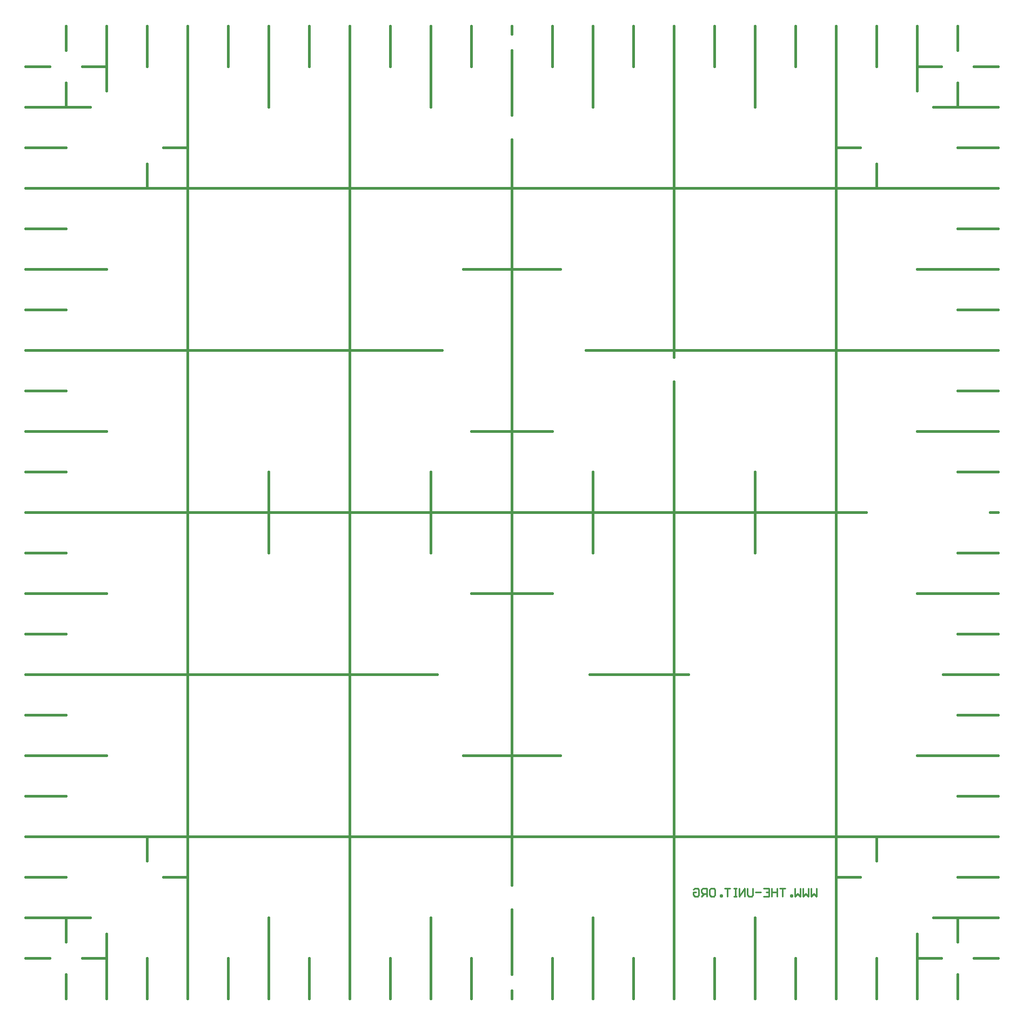
<source format=gbr>
%TF.GenerationSoftware,Altium Limited,Altium Designer,24.0.1 (36)*%
G04 Layer_Color=32896*
%FSLAX45Y45*%
%MOMM*%
%TF.SameCoordinates,866D2BB3-0181-4888-B1A9-34DB4857F756*%
%TF.FilePolarity,Positive*%
%TF.FileFunction,Legend,Bot*%
%TF.Part,Single*%
G01*
G75*
%TA.AperFunction,NonConductor*%
%ADD21C,0.38100*%
%ADD24C,0.25400*%
D21*
X-6985000Y-6731000D02*
Y-6350000D01*
X-6731000Y-6985000D02*
X-6350000D01*
X-7620000D02*
X-7239000D01*
X-6985000Y-7620000D02*
Y-7239000D01*
X-6350000Y-7620000D02*
Y-6604000D01*
X-7620000Y-6350000D02*
X-6604000D01*
X-5715000Y-7620000D02*
Y-6985000D01*
X-5080000Y-7620000D02*
Y-5080000D01*
X-7620000D02*
X-5080000D01*
X-2540000Y-2540000D02*
X-2540000Y-7620000D01*
X0D02*
Y-7493000D01*
X2540000Y-2540000D02*
X2540000Y-7620000D01*
X5080000D02*
Y-5080000D01*
X0Y-7239000D02*
Y-6223000D01*
Y-5842000D02*
Y-5080000D01*
X-5080000D02*
X7620000D01*
X-3810000Y-7620000D02*
Y-6350000D01*
X-1270000Y-7620000D02*
Y-6350000D01*
X1270000Y-7620000D02*
Y-6350000D01*
X3810000Y-7620000D02*
Y-6350000D01*
X6350000Y-7620000D02*
Y-6604000D01*
X6604000Y-6350000D02*
X7620000D01*
X-4445000Y-7620000D02*
Y-6985000D01*
X-3175000Y-7620000D02*
Y-6985000D01*
X-1905000Y-7620000D02*
Y-6985000D01*
X-635000Y-7620000D02*
Y-6985000D01*
X635000Y-7620000D02*
Y-6985000D01*
X1905000Y-7620000D02*
Y-6985000D01*
X3175000Y-7620000D02*
Y-6985000D01*
X4445000Y-7620000D02*
Y-6985000D01*
X5715000Y-7620000D02*
Y-6985000D01*
X6985000Y-7620000D02*
Y-7239000D01*
X7239000Y-6985000D02*
X7620000D01*
X-6985000Y-7620000D02*
Y-7239000D01*
X-7620000Y-6985000D02*
X-7239000D01*
X-7620000Y-5715000D02*
X-6985000D01*
X-7620000Y-4445000D02*
X-6985000D01*
X-7620000Y-3175000D02*
X-6985000D01*
X-7620000Y-1905000D02*
X-6985000D01*
X-7620000Y-635000D02*
X-6985000D01*
X-7620000Y635000D02*
X-6985000D01*
X-7620000Y1905000D02*
X-6985000D01*
X-7620000Y3175000D02*
X-6985000D01*
X-7620000Y4445000D02*
X-6985000D01*
X-6350000Y-7620000D02*
Y-6604000D01*
X-7620000Y-6350000D02*
X-6604000D01*
X-7620000Y-3810000D02*
X-6350000D01*
X-7620000Y-1270000D02*
X-6350000D01*
X-7620000Y1270000D02*
X-6350000D01*
X-7620000Y3810000D02*
X-6350000D01*
X-5080000Y-7620000D02*
Y5080000D01*
X-5842000Y0D02*
X-5080000D01*
X-7493000Y-0D02*
X-5842000Y0D01*
X-7620000Y-5080000D02*
X-5080000D01*
X-7620000Y-2540000D02*
X-1168400D01*
X-7620000Y0D02*
X-7493000D01*
X-7620000Y2540000D02*
X-2501900D01*
X-5080000Y5080000D02*
Y7620000D01*
X-7620000Y5080000D02*
X-5080000D01*
X-7620000Y5715000D02*
X-6985000D01*
X-6350000Y6604000D02*
Y7620000D01*
X-7620000Y6350000D02*
X-6604000D01*
X-7620000Y6985000D02*
X-7239000D01*
X-6985000Y7239000D02*
Y7620000D01*
Y6350000D02*
Y6731000D01*
X-6731000Y6985000D02*
X-6350000D01*
X-7620000D02*
X-7239000D01*
X-6985000Y7239000D02*
Y7620000D01*
X-5715000Y6985000D02*
Y7620000D01*
X-4445000Y6985000D02*
Y7620000D01*
X-3175000Y6985000D02*
Y7620000D01*
X-1905000Y6985000D02*
Y7620000D01*
X-635000Y6985000D02*
Y7620000D01*
X635000Y6985000D02*
Y7620000D01*
X1905000Y6985000D02*
Y7620000D01*
X3175000Y6985000D02*
Y7620000D01*
X4445000Y6985000D02*
Y7620000D01*
X-7620000Y6350000D02*
X-6604000D01*
X-6350000Y6604000D02*
Y7620000D01*
X-3810000Y6350000D02*
Y7620000D01*
X-1270000Y6350000D02*
Y7620000D01*
X1270000Y6350000D02*
Y7620000D01*
X3810000Y6350000D02*
Y7620000D01*
X-7620000Y5080000D02*
X5080000D01*
X0Y3556000D02*
Y5842000D01*
Y6223000D02*
Y7239000D01*
X-5080000Y5080000D02*
Y7620000D01*
X-2540000Y2540000D02*
X-2540000Y7620000D01*
X0Y7493000D02*
Y7620000D01*
X2539999Y2425700D02*
X2540000Y7620000D01*
X5080000Y5080000D02*
X7620000D01*
X5080000D02*
Y7620000D01*
X5715000Y6985000D02*
Y7620000D01*
X6604000Y6350000D02*
X7620000D01*
X6350000Y6604000D02*
Y7620000D01*
X6985000Y7239000D02*
Y7620000D01*
X7239000Y6985000D02*
X7620000D01*
X6350000D02*
X6731000D01*
X6985000Y6350000D02*
Y6731000D01*
Y7239000D02*
Y7620000D01*
X7239000Y6985000D02*
X7620000D01*
X6985000Y5715000D02*
X7620000D01*
X6985000Y4445000D02*
X7620000D01*
X6985000Y3175000D02*
X7620000D01*
X6985000Y1905000D02*
X7620000D01*
X6985000Y635000D02*
X7620000D01*
X6985000Y-635000D02*
X7620000D01*
X6985000Y-1905000D02*
X7620000D01*
X6985000Y-3175000D02*
X7620000D01*
X6985000Y-4445000D02*
X7620000D01*
X6350000Y6604000D02*
Y7620000D01*
X6604000Y6350000D02*
X7620000D01*
X6350000Y3810000D02*
X7620000D01*
X6350000Y1270000D02*
X7620000D01*
X6350000Y-1270000D02*
X7620000D01*
X6350000Y-3810000D02*
X7620000D01*
X5080000Y5080000D02*
X7620000D01*
X5969000Y2540000D02*
X7620000Y2540000D01*
X7493000Y0D02*
X7620000D01*
X6756400Y-2540000D02*
X7620000Y-2540000D01*
X5080000Y-7620000D02*
Y-5080000D01*
X7620000D01*
X6985000Y-5715000D02*
X7620000D01*
X6350000Y-7620000D02*
Y-6604000D01*
X6604000Y-6350000D02*
X7620000D01*
X7239000Y-6985000D02*
X7620000D01*
X6985000Y-7620000D02*
Y-7239000D01*
Y-6731000D02*
Y-6350000D01*
X6350000Y-6985000D02*
X6731000D01*
X5080000Y292100D02*
X5080000Y-5080000D01*
X5080000Y254000D02*
X5080000Y5334000D01*
X-5588000Y-2540000D02*
X-5080000D01*
X5080000Y2540000D02*
X5588000D01*
X-5715000D02*
X-5080000D01*
X-5715000Y5080000D02*
Y5461000D01*
X-5461000Y5715000D02*
X-5080000D01*
X5080000D02*
X5461000D01*
X5715000Y5080000D02*
Y5461000D01*
Y-5461000D02*
Y-5080000D01*
X5080000Y-5715000D02*
X5461000D01*
X-5461000D02*
X-5080000D01*
X-5715000Y-5461000D02*
Y-5080000D01*
X-5080000Y0D02*
X5549900D01*
X0D02*
Y3556000D01*
X-444500Y3810000D02*
X762000D01*
X-762000D02*
X-381000D01*
X-635000Y1270000D02*
X635000Y1270000D01*
X0Y-5080000D02*
Y-3429000D01*
Y-3556000D02*
Y0D01*
X-635000Y-1270000D02*
X635000Y-1270000D01*
X-762000Y-3810000D02*
X-381000D01*
X762000D01*
X-2540001Y-2616200D02*
X-2540000Y2628900D01*
X2539999Y-2552700D02*
X2540000Y2044700D01*
X1270000Y-635000D02*
Y635000D01*
X-1270000Y-635000D02*
Y635000D01*
X-3810000Y-635000D02*
Y635000D01*
X3810000Y-635000D02*
Y635000D01*
X-5080000Y2540000D02*
X-4572000D01*
X-4254500D02*
X-3048000D01*
X-2762250D02*
X-1092200D01*
X1155700Y2540000D02*
X6083300Y2540001D01*
X3048000Y2540000D02*
X4254500D01*
X4572000D02*
X5080000D01*
X1219200Y-2540000D02*
X2762250Y-2540000D01*
X-2762250D02*
X-1651000D01*
X-4254500D02*
X-3048000D01*
X-5080000D02*
X-4572000D01*
D24*
X4770470Y-5892517D02*
Y-6019476D01*
X4728150Y-5977156D01*
X4685831Y-6019476D01*
Y-5892517D01*
X4643511D02*
Y-6019476D01*
X4601191Y-5977156D01*
X4558872Y-6019476D01*
Y-5892517D01*
X4516552D02*
Y-6019476D01*
X4474233Y-5977156D01*
X4431913Y-6019476D01*
Y-5892517D01*
X4389593Y-6019476D02*
Y-5998316D01*
X4368434D01*
Y-6019476D01*
X4389593D01*
X4283794Y-5892517D02*
X4199155D01*
X4241475D01*
Y-6019476D01*
X4156835Y-5892517D02*
Y-6019476D01*
Y-5955996D01*
X4072196D01*
Y-5892517D01*
Y-6019476D01*
X3945237Y-5892517D02*
X4029877D01*
Y-6019476D01*
X3945237D01*
X4029877Y-5955996D02*
X3987557D01*
X3902918D02*
X3818278D01*
X3775959Y-5892517D02*
Y-5998316D01*
X3754799Y-6019476D01*
X3712479D01*
X3691320Y-5998316D01*
Y-5892517D01*
X3649000Y-6019476D02*
Y-5892517D01*
X3564361Y-6019476D01*
Y-5892517D01*
X3522041D02*
X3479722D01*
X3500881D01*
Y-6019476D01*
X3522041D01*
X3479722D01*
X3416242Y-5892517D02*
X3331603D01*
X3373922D01*
Y-6019476D01*
X3289283D02*
Y-5998316D01*
X3268124D01*
Y-6019476D01*
X3289283D01*
X3120005Y-5892517D02*
X3162324D01*
X3183484Y-5913677D01*
Y-5998316D01*
X3162324Y-6019476D01*
X3120005D01*
X3098845Y-5998316D01*
Y-5913677D01*
X3120005Y-5892517D01*
X3056525Y-6019476D02*
Y-5892517D01*
X2993046D01*
X2971886Y-5913677D01*
Y-5955996D01*
X2993046Y-5977156D01*
X3056525D01*
X3014206D02*
X2971886Y-6019476D01*
X2844927Y-5913677D02*
X2866087Y-5892517D01*
X2908407D01*
X2929566Y-5913677D01*
Y-5998316D01*
X2908407Y-6019476D01*
X2866087D01*
X2844927Y-5998316D01*
Y-5955996D01*
X2887247D01*
%TF.MD5,af4ece89ff56a98b531e2a574df3ab2a*%
M02*

</source>
